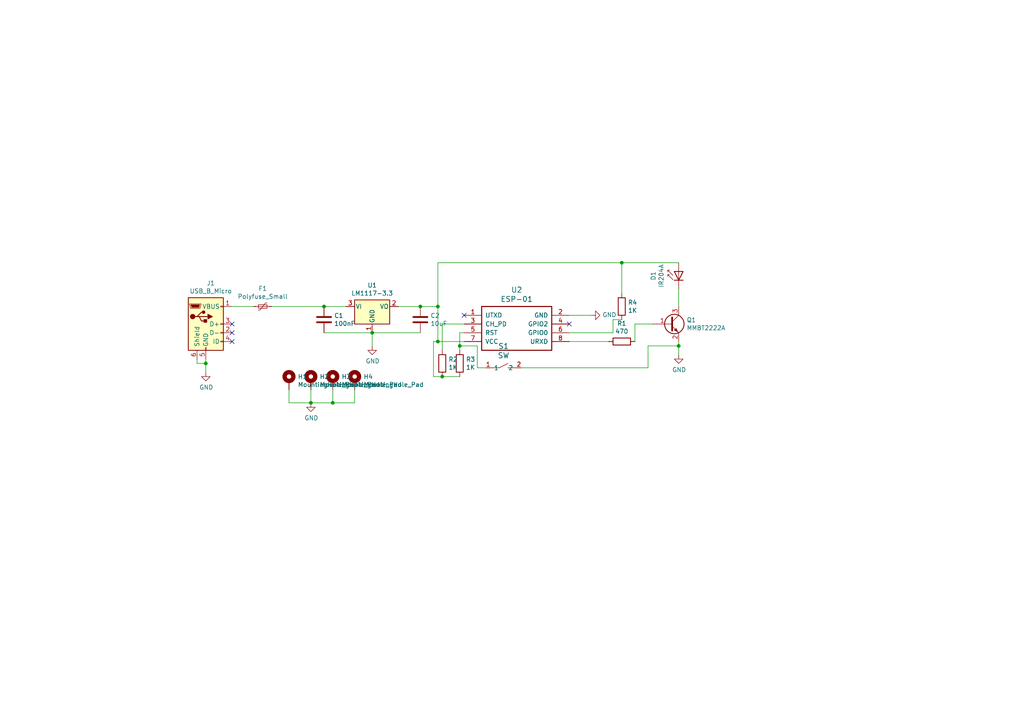
<source format=kicad_sch>
(kicad_sch (version 20211123) (generator eeschema)

  (uuid 635c0369-240a-4ab3-8029-f2457f2dc033)

  (paper "A4")

  (lib_symbols
    (symbol "Device:C" (pin_numbers hide) (pin_names (offset 0.254)) (in_bom yes) (on_board yes)
      (property "Reference" "C" (id 0) (at 0.635 2.54 0)
        (effects (font (size 1.27 1.27)) (justify left))
      )
      (property "Value" "C" (id 1) (at 0.635 -2.54 0)
        (effects (font (size 1.27 1.27)) (justify left))
      )
      (property "Footprint" "" (id 2) (at 0.9652 -3.81 0)
        (effects (font (size 1.27 1.27)) hide)
      )
      (property "Datasheet" "~" (id 3) (at 0 0 0)
        (effects (font (size 1.27 1.27)) hide)
      )
      (property "ki_keywords" "cap capacitor" (id 4) (at 0 0 0)
        (effects (font (size 1.27 1.27)) hide)
      )
      (property "ki_description" "Unpolarized capacitor" (id 5) (at 0 0 0)
        (effects (font (size 1.27 1.27)) hide)
      )
      (property "ki_fp_filters" "C_*" (id 6) (at 0 0 0)
        (effects (font (size 1.27 1.27)) hide)
      )
      (symbol "C_0_1"
        (polyline
          (pts
            (xy -2.032 -0.762)
            (xy 2.032 -0.762)
          )
          (stroke (width 0.508) (type default) (color 0 0 0 0))
          (fill (type none))
        )
        (polyline
          (pts
            (xy -2.032 0.762)
            (xy 2.032 0.762)
          )
          (stroke (width 0.508) (type default) (color 0 0 0 0))
          (fill (type none))
        )
      )
      (symbol "C_1_1"
        (pin passive line (at 0 3.81 270) (length 2.794)
          (name "~" (effects (font (size 1.27 1.27))))
          (number "1" (effects (font (size 1.27 1.27))))
        )
        (pin passive line (at 0 -3.81 90) (length 2.794)
          (name "~" (effects (font (size 1.27 1.27))))
          (number "2" (effects (font (size 1.27 1.27))))
        )
      )
    )
    (symbol "Device:Polyfuse_Small" (pin_numbers hide) (pin_names (offset 0)) (in_bom yes) (on_board yes)
      (property "Reference" "F" (id 0) (at -1.905 0 90)
        (effects (font (size 1.27 1.27)))
      )
      (property "Value" "Polyfuse_Small" (id 1) (at 1.905 0 90)
        (effects (font (size 1.27 1.27)))
      )
      (property "Footprint" "" (id 2) (at 1.27 -5.08 0)
        (effects (font (size 1.27 1.27)) (justify left) hide)
      )
      (property "Datasheet" "~" (id 3) (at 0 0 0)
        (effects (font (size 1.27 1.27)) hide)
      )
      (property "ki_keywords" "resettable fuse PTC PPTC polyfuse polyswitch" (id 4) (at 0 0 0)
        (effects (font (size 1.27 1.27)) hide)
      )
      (property "ki_description" "Resettable fuse, polymeric positive temperature coefficient, small symbol" (id 5) (at 0 0 0)
        (effects (font (size 1.27 1.27)) hide)
      )
      (property "ki_fp_filters" "*polyfuse* *PTC*" (id 6) (at 0 0 0)
        (effects (font (size 1.27 1.27)) hide)
      )
      (symbol "Polyfuse_Small_0_1"
        (rectangle (start -0.508 1.27) (end 0.508 -1.27)
          (stroke (width 0) (type default) (color 0 0 0 0))
          (fill (type none))
        )
        (polyline
          (pts
            (xy 0 2.54)
            (xy 0 -2.54)
          )
          (stroke (width 0) (type default) (color 0 0 0 0))
          (fill (type none))
        )
        (polyline
          (pts
            (xy -1.016 1.27)
            (xy -1.016 0.762)
            (xy 1.016 -0.762)
            (xy 1.016 -1.27)
          )
          (stroke (width 0) (type default) (color 0 0 0 0))
          (fill (type none))
        )
      )
      (symbol "Polyfuse_Small_1_1"
        (pin passive line (at 0 2.54 270) (length 0.635)
          (name "~" (effects (font (size 1.27 1.27))))
          (number "1" (effects (font (size 1.27 1.27))))
        )
        (pin passive line (at 0 -2.54 90) (length 0.635)
          (name "~" (effects (font (size 1.27 1.27))))
          (number "2" (effects (font (size 1.27 1.27))))
        )
      )
    )
    (symbol "Device:R" (pin_numbers hide) (pin_names (offset 0)) (in_bom yes) (on_board yes)
      (property "Reference" "R" (id 0) (at 2.032 0 90)
        (effects (font (size 1.27 1.27)))
      )
      (property "Value" "R" (id 1) (at 0 0 90)
        (effects (font (size 1.27 1.27)))
      )
      (property "Footprint" "" (id 2) (at -1.778 0 90)
        (effects (font (size 1.27 1.27)) hide)
      )
      (property "Datasheet" "~" (id 3) (at 0 0 0)
        (effects (font (size 1.27 1.27)) hide)
      )
      (property "ki_keywords" "R res resistor" (id 4) (at 0 0 0)
        (effects (font (size 1.27 1.27)) hide)
      )
      (property "ki_description" "Resistor" (id 5) (at 0 0 0)
        (effects (font (size 1.27 1.27)) hide)
      )
      (property "ki_fp_filters" "R_*" (id 6) (at 0 0 0)
        (effects (font (size 1.27 1.27)) hide)
      )
      (symbol "R_0_1"
        (rectangle (start -1.016 -2.54) (end 1.016 2.54)
          (stroke (width 0.254) (type default) (color 0 0 0 0))
          (fill (type none))
        )
      )
      (symbol "R_1_1"
        (pin passive line (at 0 3.81 270) (length 1.27)
          (name "~" (effects (font (size 1.27 1.27))))
          (number "1" (effects (font (size 1.27 1.27))))
        )
        (pin passive line (at 0 -3.81 90) (length 1.27)
          (name "~" (effects (font (size 1.27 1.27))))
          (number "2" (effects (font (size 1.27 1.27))))
        )
      )
    )
    (symbol "LED:IR204A" (pin_numbers hide) (pin_names (offset 1.016) hide) (in_bom yes) (on_board yes)
      (property "Reference" "D" (id 0) (at 0.508 1.778 0)
        (effects (font (size 1.27 1.27)) (justify left))
      )
      (property "Value" "IR204A" (id 1) (at -1.016 -2.794 0)
        (effects (font (size 1.27 1.27)))
      )
      (property "Footprint" "LED_THT:LED_D3.0mm_IRBlack" (id 2) (at 0 4.445 0)
        (effects (font (size 1.27 1.27)) hide)
      )
      (property "Datasheet" "http://www.everlight.com/file/ProductFile/IR204-A.pdf" (id 3) (at -1.27 0 0)
        (effects (font (size 1.27 1.27)) hide)
      )
      (property "ki_keywords" "opto IR LED" (id 4) (at 0 0 0)
        (effects (font (size 1.27 1.27)) hide)
      )
      (property "ki_description" "Infrared LED , 3mm LED package" (id 5) (at 0 0 0)
        (effects (font (size 1.27 1.27)) hide)
      )
      (property "ki_fp_filters" "LED*3.0mm*IRBlack*" (id 6) (at 0 0 0)
        (effects (font (size 1.27 1.27)) hide)
      )
      (symbol "IR204A_0_1"
        (polyline
          (pts
            (xy -2.54 1.27)
            (xy -2.54 -1.27)
          )
          (stroke (width 0.254) (type default) (color 0 0 0 0))
          (fill (type none))
        )
        (polyline
          (pts
            (xy 0 0)
            (xy -2.54 0)
          )
          (stroke (width 0) (type default) (color 0 0 0 0))
          (fill (type none))
        )
        (polyline
          (pts
            (xy 0.381 3.175)
            (xy -0.127 3.175)
          )
          (stroke (width 0) (type default) (color 0 0 0 0))
          (fill (type none))
        )
        (polyline
          (pts
            (xy -1.143 1.651)
            (xy 0.381 3.175)
            (xy 0.381 2.667)
          )
          (stroke (width 0) (type default) (color 0 0 0 0))
          (fill (type none))
        )
        (polyline
          (pts
            (xy 0 1.27)
            (xy -2.54 0)
            (xy 0 -1.27)
            (xy 0 1.27)
          )
          (stroke (width 0.254) (type default) (color 0 0 0 0))
          (fill (type none))
        )
        (polyline
          (pts
            (xy -2.413 1.651)
            (xy -0.889 3.175)
            (xy -0.889 2.667)
            (xy -0.889 3.175)
            (xy -1.397 3.175)
          )
          (stroke (width 0) (type default) (color 0 0 0 0))
          (fill (type none))
        )
      )
      (symbol "IR204A_1_1"
        (pin passive line (at -5.08 0 0) (length 2.54)
          (name "K" (effects (font (size 1.27 1.27))))
          (number "1" (effects (font (size 1.27 1.27))))
        )
        (pin passive line (at 2.54 0 180) (length 2.54)
          (name "A" (effects (font (size 1.27 1.27))))
          (number "2" (effects (font (size 1.27 1.27))))
        )
      )
    )
    (symbol "Mechanical:MountingHole_Pad" (pin_numbers hide) (pin_names (offset 1.016) hide) (in_bom yes) (on_board yes)
      (property "Reference" "H" (id 0) (at 0 6.35 0)
        (effects (font (size 1.27 1.27)))
      )
      (property "Value" "MountingHole_Pad" (id 1) (at 0 4.445 0)
        (effects (font (size 1.27 1.27)))
      )
      (property "Footprint" "" (id 2) (at 0 0 0)
        (effects (font (size 1.27 1.27)) hide)
      )
      (property "Datasheet" "~" (id 3) (at 0 0 0)
        (effects (font (size 1.27 1.27)) hide)
      )
      (property "ki_keywords" "mounting hole" (id 4) (at 0 0 0)
        (effects (font (size 1.27 1.27)) hide)
      )
      (property "ki_description" "Mounting Hole with connection" (id 5) (at 0 0 0)
        (effects (font (size 1.27 1.27)) hide)
      )
      (property "ki_fp_filters" "MountingHole*Pad*" (id 6) (at 0 0 0)
        (effects (font (size 1.27 1.27)) hide)
      )
      (symbol "MountingHole_Pad_0_1"
        (circle (center 0 1.27) (radius 1.27)
          (stroke (width 1.27) (type default) (color 0 0 0 0))
          (fill (type none))
        )
      )
      (symbol "MountingHole_Pad_1_1"
        (pin input line (at 0 -2.54 90) (length 2.54)
          (name "1" (effects (font (size 1.27 1.27))))
          (number "1" (effects (font (size 1.27 1.27))))
        )
      )
    )
    (symbol "Regulator_Linear:LM1117-3.3" (pin_names (offset 0.254)) (in_bom yes) (on_board yes)
      (property "Reference" "U" (id 0) (at -3.81 3.175 0)
        (effects (font (size 1.27 1.27)))
      )
      (property "Value" "LM1117-3.3" (id 1) (at 0 3.175 0)
        (effects (font (size 1.27 1.27)) (justify left))
      )
      (property "Footprint" "" (id 2) (at 0 0 0)
        (effects (font (size 1.27 1.27)) hide)
      )
      (property "Datasheet" "http://www.ti.com/lit/ds/symlink/lm1117.pdf" (id 3) (at 0 0 0)
        (effects (font (size 1.27 1.27)) hide)
      )
      (property "ki_keywords" "linear regulator ldo fixed positive" (id 4) (at 0 0 0)
        (effects (font (size 1.27 1.27)) hide)
      )
      (property "ki_description" "800mA Low-Dropout Linear Regulator, 3.3V fixed output, TO-220/TO-252/TO-263/SOT-223" (id 5) (at 0 0 0)
        (effects (font (size 1.27 1.27)) hide)
      )
      (property "ki_fp_filters" "SOT?223* TO?263* TO?252* TO?220*" (id 6) (at 0 0 0)
        (effects (font (size 1.27 1.27)) hide)
      )
      (symbol "LM1117-3.3_0_1"
        (rectangle (start -5.08 -5.08) (end 5.08 1.905)
          (stroke (width 0.254) (type default) (color 0 0 0 0))
          (fill (type background))
        )
      )
      (symbol "LM1117-3.3_1_1"
        (pin power_in line (at 0 -7.62 90) (length 2.54)
          (name "GND" (effects (font (size 1.27 1.27))))
          (number "1" (effects (font (size 1.27 1.27))))
        )
        (pin power_out line (at 7.62 0 180) (length 2.54)
          (name "VO" (effects (font (size 1.27 1.27))))
          (number "2" (effects (font (size 1.27 1.27))))
        )
        (pin power_in line (at -7.62 0 0) (length 2.54)
          (name "VI" (effects (font (size 1.27 1.27))))
          (number "3" (effects (font (size 1.27 1.27))))
        )
      )
    )
    (symbol "Transistor_BJT:MMBT3904" (pin_names (offset 0) hide) (in_bom yes) (on_board yes)
      (property "Reference" "Q" (id 0) (at 5.08 1.905 0)
        (effects (font (size 1.27 1.27)) (justify left))
      )
      (property "Value" "MMBT3904" (id 1) (at 5.08 0 0)
        (effects (font (size 1.27 1.27)) (justify left))
      )
      (property "Footprint" "Package_TO_SOT_SMD:SOT-23" (id 2) (at 5.08 -1.905 0)
        (effects (font (size 1.27 1.27) italic) (justify left) hide)
      )
      (property "Datasheet" "https://www.onsemi.com/pub/Collateral/2N3903-D.PDF" (id 3) (at 0 0 0)
        (effects (font (size 1.27 1.27)) (justify left) hide)
      )
      (property "ki_keywords" "NPN Transistor" (id 4) (at 0 0 0)
        (effects (font (size 1.27 1.27)) hide)
      )
      (property "ki_description" "0.2A Ic, 40V Vce, Small Signal NPN Transistor, SOT-23" (id 5) (at 0 0 0)
        (effects (font (size 1.27 1.27)) hide)
      )
      (property "ki_fp_filters" "SOT?23*" (id 6) (at 0 0 0)
        (effects (font (size 1.27 1.27)) hide)
      )
      (symbol "MMBT3904_0_1"
        (polyline
          (pts
            (xy 0.635 0.635)
            (xy 2.54 2.54)
          )
          (stroke (width 0) (type default) (color 0 0 0 0))
          (fill (type none))
        )
        (polyline
          (pts
            (xy 0.635 -0.635)
            (xy 2.54 -2.54)
            (xy 2.54 -2.54)
          )
          (stroke (width 0) (type default) (color 0 0 0 0))
          (fill (type none))
        )
        (polyline
          (pts
            (xy 0.635 1.905)
            (xy 0.635 -1.905)
            (xy 0.635 -1.905)
          )
          (stroke (width 0.508) (type default) (color 0 0 0 0))
          (fill (type none))
        )
        (polyline
          (pts
            (xy 1.27 -1.778)
            (xy 1.778 -1.27)
            (xy 2.286 -2.286)
            (xy 1.27 -1.778)
            (xy 1.27 -1.778)
          )
          (stroke (width 0) (type default) (color 0 0 0 0))
          (fill (type outline))
        )
        (circle (center 1.27 0) (radius 2.8194)
          (stroke (width 0.254) (type default) (color 0 0 0 0))
          (fill (type none))
        )
      )
      (symbol "MMBT3904_1_1"
        (pin input line (at -5.08 0 0) (length 5.715)
          (name "B" (effects (font (size 1.27 1.27))))
          (number "1" (effects (font (size 1.27 1.27))))
        )
        (pin passive line (at 2.54 -5.08 90) (length 2.54)
          (name "E" (effects (font (size 1.27 1.27))))
          (number "2" (effects (font (size 1.27 1.27))))
        )
        (pin passive line (at 2.54 5.08 270) (length 2.54)
          (name "C" (effects (font (size 1.27 1.27))))
          (number "3" (effects (font (size 1.27 1.27))))
        )
      )
    )
    (symbol "power:GND" (power) (pin_names (offset 0)) (in_bom yes) (on_board yes)
      (property "Reference" "#PWR" (id 0) (at 0 -6.35 0)
        (effects (font (size 1.27 1.27)) hide)
      )
      (property "Value" "GND" (id 1) (at 0 -3.81 0)
        (effects (font (size 1.27 1.27)))
      )
      (property "Footprint" "" (id 2) (at 0 0 0)
        (effects (font (size 1.27 1.27)) hide)
      )
      (property "Datasheet" "" (id 3) (at 0 0 0)
        (effects (font (size 1.27 1.27)) hide)
      )
      (property "ki_keywords" "power-flag" (id 4) (at 0 0 0)
        (effects (font (size 1.27 1.27)) hide)
      )
      (property "ki_description" "Power symbol creates a global label with name \"GND\" , ground" (id 5) (at 0 0 0)
        (effects (font (size 1.27 1.27)) hide)
      )
      (symbol "GND_0_1"
        (polyline
          (pts
            (xy 0 0)
            (xy 0 -1.27)
            (xy 1.27 -1.27)
            (xy 0 -2.54)
            (xy -1.27 -1.27)
            (xy 0 -1.27)
          )
          (stroke (width 0) (type default) (color 0 0 0 0))
          (fill (type none))
        )
      )
      (symbol "GND_1_1"
        (pin power_in line (at 0 0 270) (length 0) hide
          (name "GND" (effects (font (size 1.27 1.27))))
          (number "1" (effects (font (size 1.27 1.27))))
        )
      )
    )
    (symbol "starlightremote-rescue:ESP-01-espressif-xess" (pin_names (offset 1.016)) (in_bom yes) (on_board yes)
      (property "Reference" "U" (id 0) (at 5.08 6.35 0)
        (effects (font (size 1.524 1.524)) (justify left))
      )
      (property "Value" "ESP-01-espressif-xess" (id 1) (at 5.08 3.81 0)
        (effects (font (size 1.524 1.524)) (justify left))
      )
      (property "Footprint" "" (id 2) (at 0 0 0)
        (effects (font (size 1.27 1.27)) hide)
      )
      (property "Datasheet" "" (id 3) (at 0 0 0)
        (effects (font (size 1.27 1.27)) hide)
      )
      (property "ki_locked" "" (id 4) (at 0 0 0)
        (effects (font (size 1.27 1.27)))
      )
      (symbol "ESP-01-espressif-xess_1_1"
        (rectangle (start 5.08 2.54) (end 25.4 -10.16)
          (stroke (width 0.3048) (type default) (color 0 0 0 0))
          (fill (type none))
        )
        (pin output line (at 0 0 0) (length 5.08)
          (name "UTXD" (effects (font (size 1.27 1.27))))
          (number "1" (effects (font (size 1.27 1.27))))
        )
        (pin power_in line (at 30.48 0 180) (length 5.08)
          (name "GND" (effects (font (size 1.27 1.27))))
          (number "2" (effects (font (size 1.27 1.27))))
        )
        (pin input line (at 0 -2.54 0) (length 5.08)
          (name "CH_PD" (effects (font (size 1.27 1.27))))
          (number "3" (effects (font (size 1.27 1.27))))
        )
        (pin tri_state line (at 30.48 -2.54 180) (length 5.08)
          (name "GPIO2" (effects (font (size 1.27 1.27))))
          (number "4" (effects (font (size 1.27 1.27))))
        )
        (pin input line (at 0 -5.08 0) (length 5.08)
          (name "RST" (effects (font (size 1.27 1.27))))
          (number "5" (effects (font (size 1.27 1.27))))
        )
        (pin tri_state line (at 30.48 -5.08 180) (length 5.08)
          (name "GPIO0" (effects (font (size 1.27 1.27))))
          (number "6" (effects (font (size 1.27 1.27))))
        )
        (pin power_in line (at 0 -7.62 0) (length 5.08)
          (name "VCC" (effects (font (size 1.27 1.27))))
          (number "7" (effects (font (size 1.27 1.27))))
        )
        (pin input line (at 30.48 -7.62 180) (length 5.08)
          (name "URXD" (effects (font (size 1.27 1.27))))
          (number "8" (effects (font (size 1.27 1.27))))
        )
      )
    )
    (symbol "starlightremote-rescue:SW-K-Type" (pin_names (offset 1.016)) (in_bom yes) (on_board yes)
      (property "Reference" "S" (id 0) (at 0 2.54 0)
        (effects (font (size 1.524 1.524)))
      )
      (property "Value" "SW-K-Type" (id 1) (at 0 -1.27 0)
        (effects (font (size 1.524 1.524)))
      )
      (property "Footprint" "" (id 2) (at 0 0 0)
        (effects (font (size 1.524 1.524)))
      )
      (property "Datasheet" "" (id 3) (at 0 0 0)
        (effects (font (size 1.524 1.524)))
      )
      (symbol "SW-K-Type_0_1"
        (polyline
          (pts
            (xy 2.54 0)
            (xy 1.27 0)
          )
          (stroke (width 0) (type default) (color 0 0 0 0))
          (fill (type none))
        )
        (polyline
          (pts
            (xy 3.81 0)
            (xy 2.54 0)
          )
          (stroke (width 0) (type default) (color 0 0 0 0))
          (fill (type none))
        )
        (polyline
          (pts
            (xy 1.27 1.27)
            (xy -1.27 0)
            (xy -3.81 0)
          )
          (stroke (width 0) (type default) (color 0 0 0 0))
          (fill (type none))
        )
      )
      (symbol "SW-K-Type_1_1"
        (pin bidirectional line (at -5.08 0 0) (length 1.27)
          (name "1" (effects (font (size 1.27 1.27))))
          (number "1" (effects (font (size 1.27 1.27))))
        )
        (pin bidirectional line (at 5.08 0 180) (length 1.27)
          (name "2" (effects (font (size 1.27 1.27))))
          (number "2" (effects (font (size 1.27 1.27))))
        )
      )
    )
    (symbol "starlightremote-rescue:USB_B_Micro-Connector" (pin_names (offset 1.016)) (in_bom yes) (on_board yes)
      (property "Reference" "J" (id 0) (at -5.08 11.43 0)
        (effects (font (size 1.27 1.27)) (justify left))
      )
      (property "Value" "USB_B_Micro-Connector" (id 1) (at -5.08 8.89 0)
        (effects (font (size 1.27 1.27)) (justify left))
      )
      (property "Footprint" "" (id 2) (at 3.81 -1.27 0)
        (effects (font (size 1.27 1.27)) hide)
      )
      (property "Datasheet" "" (id 3) (at 3.81 -1.27 0)
        (effects (font (size 1.27 1.27)) hide)
      )
      (property "ki_fp_filters" "USB*" (id 4) (at 0 0 0)
        (effects (font (size 1.27 1.27)) hide)
      )
      (symbol "USB_B_Micro-Connector_0_1"
        (rectangle (start -5.08 -7.62) (end 5.08 7.62)
          (stroke (width 0.254) (type default) (color 0 0 0 0))
          (fill (type background))
        )
        (circle (center -3.81 2.159) (radius 0.635)
          (stroke (width 0.254) (type default) (color 0 0 0 0))
          (fill (type outline))
        )
        (circle (center -0.635 3.429) (radius 0.381)
          (stroke (width 0.254) (type default) (color 0 0 0 0))
          (fill (type outline))
        )
        (rectangle (start -0.127 -7.62) (end 0.127 -6.858)
          (stroke (width 0) (type default) (color 0 0 0 0))
          (fill (type none))
        )
        (polyline
          (pts
            (xy -1.905 2.159)
            (xy 0.635 2.159)
          )
          (stroke (width 0.254) (type default) (color 0 0 0 0))
          (fill (type none))
        )
        (polyline
          (pts
            (xy -3.175 2.159)
            (xy -2.54 2.159)
            (xy -1.27 3.429)
            (xy -0.635 3.429)
          )
          (stroke (width 0.254) (type default) (color 0 0 0 0))
          (fill (type none))
        )
        (polyline
          (pts
            (xy -2.54 2.159)
            (xy -1.905 2.159)
            (xy -1.27 0.889)
            (xy 0 0.889)
          )
          (stroke (width 0.254) (type default) (color 0 0 0 0))
          (fill (type none))
        )
        (polyline
          (pts
            (xy 0.635 2.794)
            (xy 0.635 1.524)
            (xy 1.905 2.159)
            (xy 0.635 2.794)
          )
          (stroke (width 0.254) (type default) (color 0 0 0 0))
          (fill (type outline))
        )
        (polyline
          (pts
            (xy -4.318 5.588)
            (xy -1.778 5.588)
            (xy -2.032 4.826)
            (xy -4.064 4.826)
            (xy -4.318 5.588)
          )
          (stroke (width 0) (type default) (color 0 0 0 0))
          (fill (type outline))
        )
        (polyline
          (pts
            (xy -4.699 5.842)
            (xy -4.699 5.588)
            (xy -4.445 4.826)
            (xy -4.445 4.572)
            (xy -1.651 4.572)
            (xy -1.651 4.826)
            (xy -1.397 5.588)
            (xy -1.397 5.842)
            (xy -4.699 5.842)
          )
          (stroke (width 0) (type default) (color 0 0 0 0))
          (fill (type none))
        )
        (rectangle (start 0.254 1.27) (end -0.508 0.508)
          (stroke (width 0.254) (type default) (color 0 0 0 0))
          (fill (type outline))
        )
        (rectangle (start 5.08 -5.207) (end 4.318 -4.953)
          (stroke (width 0) (type default) (color 0 0 0 0))
          (fill (type none))
        )
        (rectangle (start 5.08 -2.667) (end 4.318 -2.413)
          (stroke (width 0) (type default) (color 0 0 0 0))
          (fill (type none))
        )
        (rectangle (start 5.08 -0.127) (end 4.318 0.127)
          (stroke (width 0) (type default) (color 0 0 0 0))
          (fill (type none))
        )
        (rectangle (start 5.08 4.953) (end 4.318 5.207)
          (stroke (width 0) (type default) (color 0 0 0 0))
          (fill (type none))
        )
      )
      (symbol "USB_B_Micro-Connector_1_1"
        (pin power_out line (at 7.62 5.08 180) (length 2.54)
          (name "VBUS" (effects (font (size 1.27 1.27))))
          (number "1" (effects (font (size 1.27 1.27))))
        )
        (pin passive line (at 7.62 -2.54 180) (length 2.54)
          (name "D-" (effects (font (size 1.27 1.27))))
          (number "2" (effects (font (size 1.27 1.27))))
        )
        (pin passive line (at 7.62 0 180) (length 2.54)
          (name "D+" (effects (font (size 1.27 1.27))))
          (number "3" (effects (font (size 1.27 1.27))))
        )
        (pin passive line (at 7.62 -5.08 180) (length 2.54)
          (name "ID" (effects (font (size 1.27 1.27))))
          (number "4" (effects (font (size 1.27 1.27))))
        )
        (pin power_out line (at 0 -10.16 90) (length 2.54)
          (name "GND" (effects (font (size 1.27 1.27))))
          (number "5" (effects (font (size 1.27 1.27))))
        )
        (pin passive line (at -2.54 -10.16 90) (length 2.54)
          (name "Shield" (effects (font (size 1.27 1.27))))
          (number "6" (effects (font (size 1.27 1.27))))
        )
      )
    )
  )


  (junction (at 133.35 100.33) (diameter 0) (color 0 0 0 0)
    (uuid 10a8076f-db02-4223-b580-3dcaec066b78)
  )
  (junction (at 96.52 116.84) (diameter 0) (color 0 0 0 0)
    (uuid 39682d94-40f7-48a8-bca8-891813f7b2bb)
  )
  (junction (at 127 88.9) (diameter 0) (color 0 0 0 0)
    (uuid 4457a1ab-bf0d-4479-9524-6a340d82cebb)
  )
  (junction (at 196.85 100.33) (diameter 0) (color 0 0 0 0)
    (uuid 485b160e-39b1-4371-9269-74ecbd77df67)
  )
  (junction (at 121.92 88.9) (diameter 0) (color 0 0 0 0)
    (uuid 708f9f20-9dfd-4024-9475-64e3ec06cf45)
  )
  (junction (at 180.34 76.2) (diameter 0) (color 0 0 0 0)
    (uuid 78d25976-c975-4597-8a0b-d68596ee5824)
  )
  (junction (at 107.95 96.52) (diameter 0) (color 0 0 0 0)
    (uuid 9aa8ea82-6a99-43d0-a7a3-dfdcbe460365)
  )
  (junction (at 128.27 109.22) (diameter 0) (color 0 0 0 0)
    (uuid a5a65a1e-74fc-427e-a7d7-419d481c055c)
  )
  (junction (at 127 99.06) (diameter 0) (color 0 0 0 0)
    (uuid cd4f46a7-263e-433d-a9f0-5721308705c3)
  )
  (junction (at 90.17 116.84) (diameter 0) (color 0 0 0 0)
    (uuid ce45d21f-ffac-4271-a0cd-ee1d70622e48)
  )
  (junction (at 93.98 88.9) (diameter 0) (color 0 0 0 0)
    (uuid d8a4e46b-baec-4bab-b3d5-1f68a1c313ef)
  )
  (junction (at 59.69 105.41) (diameter 0) (color 0 0 0 0)
    (uuid e4b1b738-97de-46d6-b788-f34c5d90da75)
  )

  (no_connect (at 134.62 91.44) (uuid 362e82f8-7a14-4049-8b3a-dbecb87ed591))
  (no_connect (at 67.31 93.98) (uuid 7a9a3f52-a801-4861-b0f4-fbdd209a07af))
  (no_connect (at 165.1 93.98) (uuid e4aa79dd-e135-427c-a7e8-ff5d08af3228))
  (no_connect (at 67.31 96.52) (uuid ec55cb73-1fe3-4bd0-bdd7-ad826938f5e8))
  (no_connect (at 67.31 99.06) (uuid f94cb7c1-6645-4baf-ab97-94536873a0ec))

  (wire (pts (xy 165.1 96.52) (xy 177.8 96.52))
    (stroke (width 0) (type default) (color 0 0 0 0))
    (uuid 08618890-44ee-427f-bd7e-6bddf3168aa8)
  )
  (wire (pts (xy 121.92 88.9) (xy 127 88.9))
    (stroke (width 0) (type default) (color 0 0 0 0))
    (uuid 11926928-b17a-4ca8-8d03-bca978535ee2)
  )
  (wire (pts (xy 102.87 113.03) (xy 102.87 116.84))
    (stroke (width 0) (type default) (color 0 0 0 0))
    (uuid 138a3e6c-7b15-4c30-830b-32a1e3170561)
  )
  (wire (pts (xy 93.98 88.9) (xy 100.33 88.9))
    (stroke (width 0) (type default) (color 0 0 0 0))
    (uuid 15894f24-fcdd-4107-ba13-36c2ba8ab6ec)
  )
  (wire (pts (xy 133.35 96.52) (xy 134.62 96.52))
    (stroke (width 0) (type default) (color 0 0 0 0))
    (uuid 1cc68dec-d20a-4113-9b8c-310e99bded85)
  )
  (wire (pts (xy 133.35 101.6) (xy 133.35 100.33))
    (stroke (width 0) (type default) (color 0 0 0 0))
    (uuid 2bfeef3c-6910-4636-b3ee-76598828a5e1)
  )
  (wire (pts (xy 90.17 113.03) (xy 90.17 116.84))
    (stroke (width 0) (type default) (color 0 0 0 0))
    (uuid 37cd4c0d-22af-4e74-a457-cb31405fd1fd)
  )
  (wire (pts (xy 133.35 100.33) (xy 138.43 100.33))
    (stroke (width 0) (type default) (color 0 0 0 0))
    (uuid 38c12008-b52c-4d72-8779-b65f21d684e0)
  )
  (wire (pts (xy 184.15 93.98) (xy 184.15 99.06))
    (stroke (width 0) (type default) (color 0 0 0 0))
    (uuid 42382c4e-0eb9-4690-bf4c-1693ebb95684)
  )
  (wire (pts (xy 184.15 93.98) (xy 189.23 93.98))
    (stroke (width 0) (type default) (color 0 0 0 0))
    (uuid 4bf9863b-c685-4b57-b771-33ede0c28697)
  )
  (wire (pts (xy 187.96 106.68) (xy 187.96 100.33))
    (stroke (width 0) (type default) (color 0 0 0 0))
    (uuid 4d0784ca-e236-4875-9d92-632e7f5bd076)
  )
  (wire (pts (xy 96.52 116.84) (xy 90.17 116.84))
    (stroke (width 0) (type default) (color 0 0 0 0))
    (uuid 5598702c-e909-4a2d-ad45-3e8e8235b634)
  )
  (wire (pts (xy 196.85 99.06) (xy 196.85 100.33))
    (stroke (width 0) (type default) (color 0 0 0 0))
    (uuid 5ad65a69-8c4f-44c4-ae83-a68325b33ca2)
  )
  (wire (pts (xy 177.8 92.71) (xy 180.34 92.71))
    (stroke (width 0) (type default) (color 0 0 0 0))
    (uuid 5c04cad0-3971-44b5-a19e-bcd4f71d7681)
  )
  (wire (pts (xy 128.27 109.22) (xy 133.35 109.22))
    (stroke (width 0) (type default) (color 0 0 0 0))
    (uuid 5dabdac9-0b2b-40d2-bbad-8d2f18154ba4)
  )
  (wire (pts (xy 59.69 104.14) (xy 59.69 105.41))
    (stroke (width 0) (type default) (color 0 0 0 0))
    (uuid 604ad548-2d15-4014-bd97-4b28eba67612)
  )
  (wire (pts (xy 187.96 100.33) (xy 196.85 100.33))
    (stroke (width 0) (type default) (color 0 0 0 0))
    (uuid 69e9d058-eede-4d8a-9a74-a27a790269da)
  )
  (wire (pts (xy 177.8 96.52) (xy 177.8 92.71))
    (stroke (width 0) (type default) (color 0 0 0 0))
    (uuid 6bf1b4be-05f5-4714-adb1-d74556377d22)
  )
  (wire (pts (xy 57.15 104.14) (xy 57.15 105.41))
    (stroke (width 0) (type default) (color 0 0 0 0))
    (uuid 70f9ebdc-6b3e-47ca-9eb8-029e69b68b6e)
  )
  (wire (pts (xy 125.73 99.06) (xy 125.73 109.22))
    (stroke (width 0) (type default) (color 0 0 0 0))
    (uuid 78ddbaf4-398a-4fe6-a126-517eb70e9f92)
  )
  (wire (pts (xy 180.34 76.2) (xy 196.85 76.2))
    (stroke (width 0) (type default) (color 0 0 0 0))
    (uuid 793039b6-9c86-4563-a687-289f5b7dcf3f)
  )
  (wire (pts (xy 107.95 96.52) (xy 107.95 100.33))
    (stroke (width 0) (type default) (color 0 0 0 0))
    (uuid 7a38c8cb-b208-4d3c-b4d2-c5e0324580f5)
  )
  (wire (pts (xy 57.15 105.41) (xy 59.69 105.41))
    (stroke (width 0) (type default) (color 0 0 0 0))
    (uuid 7cde1a1a-9442-43f0-aa93-95d868f88948)
  )
  (wire (pts (xy 128.27 101.6) (xy 128.27 93.98))
    (stroke (width 0) (type default) (color 0 0 0 0))
    (uuid 812455ce-2471-408a-929b-0bc374873e90)
  )
  (wire (pts (xy 78.74 88.9) (xy 93.98 88.9))
    (stroke (width 0) (type default) (color 0 0 0 0))
    (uuid 825ea5ba-a970-4968-ab22-ca74d17f6c89)
  )
  (wire (pts (xy 115.57 88.9) (xy 121.92 88.9))
    (stroke (width 0) (type default) (color 0 0 0 0))
    (uuid 8b58b7be-875a-4f80-9459-b61ff6d923bd)
  )
  (wire (pts (xy 83.82 116.84) (xy 90.17 116.84))
    (stroke (width 0) (type default) (color 0 0 0 0))
    (uuid 9375249c-26bb-47c6-927b-422e59b2b78d)
  )
  (wire (pts (xy 138.43 106.68) (xy 140.97 106.68))
    (stroke (width 0) (type default) (color 0 0 0 0))
    (uuid 9381e07a-95f4-4246-b72c-85eef9609cb2)
  )
  (wire (pts (xy 125.73 109.22) (xy 128.27 109.22))
    (stroke (width 0) (type default) (color 0 0 0 0))
    (uuid 9721b863-b6cb-4cfc-9641-9170f9deed71)
  )
  (wire (pts (xy 180.34 76.2) (xy 180.34 85.09))
    (stroke (width 0) (type default) (color 0 0 0 0))
    (uuid 97351bac-3944-4ee2-a6b5-1a99f43d2a4a)
  )
  (wire (pts (xy 196.85 83.82) (xy 196.85 88.9))
    (stroke (width 0) (type default) (color 0 0 0 0))
    (uuid 974a3838-a194-44b0-b68c-6c1245c63512)
  )
  (wire (pts (xy 67.31 88.9) (xy 73.66 88.9))
    (stroke (width 0) (type default) (color 0 0 0 0))
    (uuid 9a8feb26-007a-4342-9fbb-85b829028030)
  )
  (wire (pts (xy 59.69 105.41) (xy 59.69 107.95))
    (stroke (width 0) (type default) (color 0 0 0 0))
    (uuid 9d9c1a1b-95ac-4bc0-b0c5-d7603ab917ee)
  )
  (wire (pts (xy 107.95 96.52) (xy 93.98 96.52))
    (stroke (width 0) (type default) (color 0 0 0 0))
    (uuid a0186552-38b8-438d-b327-dd490934ed35)
  )
  (wire (pts (xy 165.1 99.06) (xy 176.53 99.06))
    (stroke (width 0) (type default) (color 0 0 0 0))
    (uuid ae6aae6e-6570-430e-8217-aded4566c879)
  )
  (wire (pts (xy 127 76.2) (xy 180.34 76.2))
    (stroke (width 0) (type default) (color 0 0 0 0))
    (uuid b941ca0e-5ba4-4ccc-bc93-ae3e10b2b61e)
  )
  (wire (pts (xy 133.35 100.33) (xy 133.35 96.52))
    (stroke (width 0) (type default) (color 0 0 0 0))
    (uuid bff2019c-c1f1-4cd3-994f-f994e7a008b3)
  )
  (wire (pts (xy 127 99.06) (xy 134.62 99.06))
    (stroke (width 0) (type default) (color 0 0 0 0))
    (uuid c0aeadb6-23cd-49d0-9f66-548493871d08)
  )
  (wire (pts (xy 107.95 96.52) (xy 121.92 96.52))
    (stroke (width 0) (type default) (color 0 0 0 0))
    (uuid c0ba6a46-dd69-4912-8795-8a412a91a2fd)
  )
  (wire (pts (xy 151.13 106.68) (xy 187.96 106.68))
    (stroke (width 0) (type default) (color 0 0 0 0))
    (uuid c1fe337b-810c-444b-b0c5-d50bb90faa10)
  )
  (wire (pts (xy 127 88.9) (xy 127 99.06))
    (stroke (width 0) (type default) (color 0 0 0 0))
    (uuid c872a2fb-01a5-4fbe-9d1b-4bc53629aca5)
  )
  (wire (pts (xy 128.27 93.98) (xy 134.62 93.98))
    (stroke (width 0) (type default) (color 0 0 0 0))
    (uuid d0f9bf70-fdd8-4304-8b51-393088fb40b4)
  )
  (wire (pts (xy 196.85 100.33) (xy 196.85 102.87))
    (stroke (width 0) (type default) (color 0 0 0 0))
    (uuid d95ececb-ab99-40c9-9644-f327df8a3cb4)
  )
  (wire (pts (xy 138.43 100.33) (xy 138.43 106.68))
    (stroke (width 0) (type default) (color 0 0 0 0))
    (uuid e001d550-9af1-4725-9323-f1f738cb7cdf)
  )
  (wire (pts (xy 165.1 91.44) (xy 171.45 91.44))
    (stroke (width 0) (type default) (color 0 0 0 0))
    (uuid e1724a70-31ab-463d-a847-b6b1680d8abc)
  )
  (wire (pts (xy 127 99.06) (xy 125.73 99.06))
    (stroke (width 0) (type default) (color 0 0 0 0))
    (uuid eb1bf65b-f22f-44b0-9da3-960811672271)
  )
  (wire (pts (xy 127 88.9) (xy 127 76.2))
    (stroke (width 0) (type default) (color 0 0 0 0))
    (uuid ec85774f-32ea-45ab-a59d-b5b2e1bbd0d7)
  )
  (wire (pts (xy 102.87 116.84) (xy 96.52 116.84))
    (stroke (width 0) (type default) (color 0 0 0 0))
    (uuid ecc3e73b-12f4-4e12-9a0a-c343d7b5642c)
  )
  (wire (pts (xy 96.52 113.03) (xy 96.52 116.84))
    (stroke (width 0) (type default) (color 0 0 0 0))
    (uuid f7dd2918-62ff-4997-bd9d-b6b692f2a508)
  )
  (wire (pts (xy 83.82 113.03) (xy 83.82 116.84))
    (stroke (width 0) (type default) (color 0 0 0 0))
    (uuid fe47845a-482f-4c1f-8f4d-0a50c27c997b)
  )

  (symbol (lib_id "starlightremote-rescue:ESP-01-espressif-xess") (at 134.62 91.44 0) (unit 1)
    (in_bom yes) (on_board yes)
    (uuid 00000000-0000-0000-0000-000062ff3334)
    (property "Reference" "U2" (id 0) (at 149.86 84.074 0)
      (effects (font (size 1.524 1.524)))
    )
    (property "Value" "ESP-01" (id 1) (at 149.86 86.7664 0)
      (effects (font (size 1.524 1.524)))
    )
    (property "Footprint" "ESP:ESP-01" (id 2) (at 134.62 91.44 0)
      (effects (font (size 1.27 1.27)) hide)
    )
    (property "Datasheet" "http://l0l.org.uk/2014/12/esp8266-modules-hardware-guide-gotta-catch-em-all/" (id 3) (at 134.62 91.44 0)
      (effects (font (size 1.27 1.27)) hide)
    )
    (pin "1" (uuid b6059bfd-7eda-4fb5-a214-d0bf6c77bba9))
    (pin "2" (uuid 42d2342b-e7a7-4c4d-b926-9f5fe157c08c))
    (pin "3" (uuid 821a5280-9e89-4d7b-a14e-63ad8626ca17))
    (pin "4" (uuid 5966ed79-9788-4655-aa36-8cb4dbc90fbf))
    (pin "5" (uuid fcfa288e-993c-4513-be02-88e21154ea30))
    (pin "6" (uuid 2698b1c2-9cfa-41dd-8d98-a3db87f90c56))
    (pin "7" (uuid fe503c3a-8ef4-40bc-becf-d5039b53355d))
    (pin "8" (uuid e7a6389d-6e53-4f91-9b74-bb29f4386e95))
  )

  (symbol (lib_id "starlightremote-rescue:USB_B_Micro-Connector") (at 59.69 93.98 0) (unit 1)
    (in_bom yes) (on_board yes)
    (uuid 00000000-0000-0000-0000-000062ff48f1)
    (property "Reference" "J1" (id 0) (at 61.1378 82.1182 0))
    (property "Value" "USB_B_Micro" (id 1) (at 61.1378 84.4296 0))
    (property "Footprint" "Connector_USB:USB_Micro-B_Wuerth_629105150521" (id 2) (at 63.5 95.25 0)
      (effects (font (size 1.27 1.27)) hide)
    )
    (property "Datasheet" "~" (id 3) (at 63.5 95.25 0)
      (effects (font (size 1.27 1.27)) hide)
    )
    (pin "1" (uuid 8b5d7c39-32f9-4e8d-a16d-2c5d217bdcfb))
    (pin "2" (uuid b7210e11-513c-42b6-8b25-2ea0e6824853))
    (pin "3" (uuid 60b63b0b-ca39-4b89-aad9-48ac5bde346c))
    (pin "4" (uuid 3f998529-d299-4fbb-a693-a9400e3d4b0b))
    (pin "5" (uuid 483e3cdb-b55d-4bc5-962f-bd5485341ef7))
    (pin "6" (uuid 085e8280-743e-44e1-b497-afd5f04b4626))
  )

  (symbol (lib_id "Regulator_Linear:LM1117-3.3") (at 107.95 88.9 0) (unit 1)
    (in_bom yes) (on_board yes)
    (uuid 00000000-0000-0000-0000-000062ff6325)
    (property "Reference" "U1" (id 0) (at 107.95 82.7532 0))
    (property "Value" "LM1117-3.3" (id 1) (at 107.95 85.0646 0))
    (property "Footprint" "Package_TO_SOT_SMD:SOT-223-3_TabPin2" (id 2) (at 107.95 88.9 0)
      (effects (font (size 1.27 1.27)) hide)
    )
    (property "Datasheet" "http://www.ti.com/lit/ds/symlink/lm1117.pdf" (id 3) (at 107.95 88.9 0)
      (effects (font (size 1.27 1.27)) hide)
    )
    (pin "1" (uuid 44204caf-d430-4bd2-8e08-f0a96ccf194b))
    (pin "2" (uuid 12551867-daaf-45c1-9cb1-54428e027277))
    (pin "3" (uuid 0d6b7ae3-35ec-4902-820c-bfae838681e2))
  )

  (symbol (lib_id "Device:C") (at 93.98 92.71 0) (unit 1)
    (in_bom yes) (on_board yes)
    (uuid 00000000-0000-0000-0000-000062ff7ac8)
    (property "Reference" "C1" (id 0) (at 96.901 91.5416 0)
      (effects (font (size 1.27 1.27)) (justify left))
    )
    (property "Value" "100nF" (id 1) (at 96.901 93.853 0)
      (effects (font (size 1.27 1.27)) (justify left))
    )
    (property "Footprint" "Capacitor_SMD:C_1206_3216Metric_Pad1.33x1.80mm_HandSolder" (id 2) (at 94.9452 96.52 0)
      (effects (font (size 1.27 1.27)) hide)
    )
    (property "Datasheet" "~" (id 3) (at 93.98 92.71 0)
      (effects (font (size 1.27 1.27)) hide)
    )
    (pin "1" (uuid 57e44af7-cfa3-45fe-bb27-1860a972b345))
    (pin "2" (uuid d7ac7658-4f12-4d9f-837b-795fff874e01))
  )

  (symbol (lib_id "Device:C") (at 121.92 92.71 0) (unit 1)
    (in_bom yes) (on_board yes)
    (uuid 00000000-0000-0000-0000-000062ff8a7e)
    (property "Reference" "C2" (id 0) (at 124.841 91.5416 0)
      (effects (font (size 1.27 1.27)) (justify left))
    )
    (property "Value" "10uF" (id 1) (at 124.841 93.853 0)
      (effects (font (size 1.27 1.27)) (justify left))
    )
    (property "Footprint" "Capacitor_SMD:CP_Elec_5x5.4" (id 2) (at 122.8852 96.52 0)
      (effects (font (size 1.27 1.27)) hide)
    )
    (property "Datasheet" "~" (id 3) (at 121.92 92.71 0)
      (effects (font (size 1.27 1.27)) hide)
    )
    (pin "1" (uuid ba6718bf-5fbd-45e5-a9ec-1538c2e3565d))
    (pin "2" (uuid 1dff8fc7-8df4-4b55-b6bd-4df5ff3ca535))
  )

  (symbol (lib_id "LED:IR204A") (at 196.85 78.74 90) (unit 1)
    (in_bom yes) (on_board yes)
    (uuid 00000000-0000-0000-0000-000062ff9490)
    (property "Reference" "D1" (id 0) (at 189.484 80.01 0))
    (property "Value" "IR204A" (id 1) (at 191.7954 80.01 0))
    (property "Footprint" "LED_THT:LED_D3.0mm_IRBlack" (id 2) (at 192.405 78.74 0)
      (effects (font (size 1.27 1.27)) hide)
    )
    (property "Datasheet" "http://www.everlight.com/file/ProductFile/IR204-A.pdf" (id 3) (at 196.85 80.01 0)
      (effects (font (size 1.27 1.27)) hide)
    )
    (pin "1" (uuid d5694493-d54b-498d-aa25-d774191c2e74))
    (pin "2" (uuid 5c64b03a-db9a-4053-a59e-83c804d3d6c8))
  )

  (symbol (lib_id "Device:R") (at 180.34 99.06 270) (unit 1)
    (in_bom yes) (on_board yes)
    (uuid 00000000-0000-0000-0000-000062ffb4dd)
    (property "Reference" "R1" (id 0) (at 180.34 93.8022 90))
    (property "Value" "470" (id 1) (at 180.34 96.1136 90))
    (property "Footprint" "Resistor_SMD:R_1206_3216Metric_Pad1.30x1.75mm_HandSolder" (id 2) (at 180.34 97.282 90)
      (effects (font (size 1.27 1.27)) hide)
    )
    (property "Datasheet" "~" (id 3) (at 180.34 99.06 0)
      (effects (font (size 1.27 1.27)) hide)
    )
    (pin "1" (uuid c88cbe76-2b4b-45ef-992f-b1de774c2939))
    (pin "2" (uuid 646821de-0f19-4017-aaa5-7b687f3eb3b5))
  )

  (symbol (lib_id "Device:Polyfuse_Small") (at 76.2 88.9 270) (unit 1)
    (in_bom yes) (on_board yes)
    (uuid 00000000-0000-0000-0000-000062ffcc49)
    (property "Reference" "F1" (id 0) (at 76.2 83.693 90))
    (property "Value" "Polyfuse_Small" (id 1) (at 76.2 86.0044 90))
    (property "Footprint" "Fuse:Fuse_0805_2012Metric_Pad1.15x1.40mm_HandSolder" (id 2) (at 71.12 90.17 0)
      (effects (font (size 1.27 1.27)) (justify left) hide)
    )
    (property "Datasheet" "~" (id 3) (at 76.2 88.9 0)
      (effects (font (size 1.27 1.27)) hide)
    )
    (pin "1" (uuid 94fef191-ba01-4bd6-9284-4bace3cb206e))
    (pin "2" (uuid c6976d25-c3ab-4591-9cd1-2f50a0b95ed8))
  )

  (symbol (lib_id "Transistor_BJT:MMBT3904") (at 194.31 93.98 0) (unit 1)
    (in_bom yes) (on_board yes)
    (uuid 00000000-0000-0000-0000-000062fff03c)
    (property "Reference" "Q1" (id 0) (at 199.136 92.8116 0)
      (effects (font (size 1.27 1.27)) (justify left))
    )
    (property "Value" "MMBT2222A" (id 1) (at 199.136 95.123 0)
      (effects (font (size 1.27 1.27)) (justify left))
    )
    (property "Footprint" "Package_TO_SOT_SMD:SOT-23" (id 2) (at 199.39 95.885 0)
      (effects (font (size 1.27 1.27) italic) (justify left) hide)
    )
    (property "Datasheet" "https://www.onsemi.com/pub/Collateral/2N3903-D.PDF" (id 3) (at 194.31 93.98 0)
      (effects (font (size 1.27 1.27)) (justify left) hide)
    )
    (pin "1" (uuid 2156fa6d-64a7-4cb3-8094-4ff29927bef8))
    (pin "2" (uuid 7cc7e028-87ef-456a-812b-0d6b79423b75))
    (pin "3" (uuid 820499da-2528-4e65-8d06-e6ed2e0140be))
  )

  (symbol (lib_id "power:GND") (at 107.95 100.33 0) (unit 1)
    (in_bom yes) (on_board yes)
    (uuid 00000000-0000-0000-0000-0000630079c7)
    (property "Reference" "#PWR0101" (id 0) (at 107.95 106.68 0)
      (effects (font (size 1.27 1.27)) hide)
    )
    (property "Value" "GND" (id 1) (at 108.077 104.7242 0))
    (property "Footprint" "" (id 2) (at 107.95 100.33 0)
      (effects (font (size 1.27 1.27)) hide)
    )
    (property "Datasheet" "" (id 3) (at 107.95 100.33 0)
      (effects (font (size 1.27 1.27)) hide)
    )
    (pin "1" (uuid 1036648b-f786-44dd-9d4b-30eeb518b5cc))
  )

  (symbol (lib_id "power:GND") (at 59.69 107.95 0) (unit 1)
    (in_bom yes) (on_board yes)
    (uuid 00000000-0000-0000-0000-000063008957)
    (property "Reference" "#PWR0102" (id 0) (at 59.69 114.3 0)
      (effects (font (size 1.27 1.27)) hide)
    )
    (property "Value" "GND" (id 1) (at 59.817 112.3442 0))
    (property "Footprint" "" (id 2) (at 59.69 107.95 0)
      (effects (font (size 1.27 1.27)) hide)
    )
    (property "Datasheet" "" (id 3) (at 59.69 107.95 0)
      (effects (font (size 1.27 1.27)) hide)
    )
    (pin "1" (uuid c8ac5685-1b96-4556-bc64-3dd4b149f4bb))
  )

  (symbol (lib_id "power:GND") (at 171.45 91.44 90) (unit 1)
    (in_bom yes) (on_board yes)
    (uuid 00000000-0000-0000-0000-000063009510)
    (property "Reference" "#PWR0103" (id 0) (at 177.8 91.44 0)
      (effects (font (size 1.27 1.27)) hide)
    )
    (property "Value" "GND" (id 1) (at 174.7012 91.313 90)
      (effects (font (size 1.27 1.27)) (justify right))
    )
    (property "Footprint" "" (id 2) (at 171.45 91.44 0)
      (effects (font (size 1.27 1.27)) hide)
    )
    (property "Datasheet" "" (id 3) (at 171.45 91.44 0)
      (effects (font (size 1.27 1.27)) hide)
    )
    (pin "1" (uuid 1e36d4c5-11bf-4420-89c2-8df6bb11126d))
  )

  (symbol (lib_id "Device:R") (at 133.35 105.41 180) (unit 1)
    (in_bom yes) (on_board yes)
    (uuid 00000000-0000-0000-0000-00006300b7be)
    (property "Reference" "R3" (id 0) (at 135.128 104.2416 0)
      (effects (font (size 1.27 1.27)) (justify right))
    )
    (property "Value" "1K" (id 1) (at 135.128 106.553 0)
      (effects (font (size 1.27 1.27)) (justify right))
    )
    (property "Footprint" "Resistor_SMD:R_1206_3216Metric_Pad1.30x1.75mm_HandSolder" (id 2) (at 135.128 105.41 90)
      (effects (font (size 1.27 1.27)) hide)
    )
    (property "Datasheet" "~" (id 3) (at 133.35 105.41 0)
      (effects (font (size 1.27 1.27)) hide)
    )
    (pin "1" (uuid 67701624-7cb4-4327-9f42-54555e91a01f))
    (pin "2" (uuid e1d3f7f4-96a8-4676-87a2-3811134ad0fd))
  )

  (symbol (lib_id "Device:R") (at 128.27 105.41 180) (unit 1)
    (in_bom yes) (on_board yes)
    (uuid 00000000-0000-0000-0000-00006300c9e5)
    (property "Reference" "R2" (id 0) (at 130.048 104.2416 0)
      (effects (font (size 1.27 1.27)) (justify right))
    )
    (property "Value" "1K" (id 1) (at 130.048 106.553 0)
      (effects (font (size 1.27 1.27)) (justify right))
    )
    (property "Footprint" "Resistor_SMD:R_1206_3216Metric_Pad1.30x1.75mm_HandSolder" (id 2) (at 130.048 105.41 90)
      (effects (font (size 1.27 1.27)) hide)
    )
    (property "Datasheet" "~" (id 3) (at 128.27 105.41 0)
      (effects (font (size 1.27 1.27)) hide)
    )
    (pin "1" (uuid 26035db7-32bf-4dc2-98bf-6edc749926b4))
    (pin "2" (uuid 07374c54-7899-4fe3-8ed4-c4fda2de60aa))
  )

  (symbol (lib_id "power:GND") (at 196.85 102.87 0) (unit 1)
    (in_bom yes) (on_board yes)
    (uuid 00000000-0000-0000-0000-000063014014)
    (property "Reference" "#PWR0104" (id 0) (at 196.85 109.22 0)
      (effects (font (size 1.27 1.27)) hide)
    )
    (property "Value" "GND" (id 1) (at 196.977 107.2642 0))
    (property "Footprint" "" (id 2) (at 196.85 102.87 0)
      (effects (font (size 1.27 1.27)) hide)
    )
    (property "Datasheet" "" (id 3) (at 196.85 102.87 0)
      (effects (font (size 1.27 1.27)) hide)
    )
    (pin "1" (uuid b70a71f1-4843-4142-b6fb-2a9bff9c3674))
  )

  (symbol (lib_id "Mechanical:MountingHole_Pad") (at 83.82 110.49 0) (unit 1)
    (in_bom yes) (on_board yes)
    (uuid 00000000-0000-0000-0000-000063031694)
    (property "Reference" "H1" (id 0) (at 86.36 109.2454 0)
      (effects (font (size 1.27 1.27)) (justify left))
    )
    (property "Value" "MountingHole_Pad" (id 1) (at 86.36 111.5568 0)
      (effects (font (size 1.27 1.27)) (justify left))
    )
    (property "Footprint" "MountingHole:MountingHole_2.2mm_M2_Pad" (id 2) (at 83.82 110.49 0)
      (effects (font (size 1.27 1.27)) hide)
    )
    (property "Datasheet" "~" (id 3) (at 83.82 110.49 0)
      (effects (font (size 1.27 1.27)) hide)
    )
    (pin "1" (uuid 1e410ba2-5a8c-425a-a4c2-2a86941a0867))
  )

  (symbol (lib_id "Mechanical:MountingHole_Pad") (at 90.17 110.49 0) (unit 1)
    (in_bom yes) (on_board yes)
    (uuid 00000000-0000-0000-0000-00006303244c)
    (property "Reference" "H2" (id 0) (at 92.71 109.2454 0)
      (effects (font (size 1.27 1.27)) (justify left))
    )
    (property "Value" "MountingHole_Pad" (id 1) (at 92.71 111.5568 0)
      (effects (font (size 1.27 1.27)) (justify left))
    )
    (property "Footprint" "MountingHole:MountingHole_2.2mm_M2_Pad" (id 2) (at 90.17 110.49 0)
      (effects (font (size 1.27 1.27)) hide)
    )
    (property "Datasheet" "~" (id 3) (at 90.17 110.49 0)
      (effects (font (size 1.27 1.27)) hide)
    )
    (pin "1" (uuid 967ab4b9-3e85-4809-b9f0-223dbf0660ec))
  )

  (symbol (lib_id "Mechanical:MountingHole_Pad") (at 96.52 110.49 0) (unit 1)
    (in_bom yes) (on_board yes)
    (uuid 00000000-0000-0000-0000-000063032a2a)
    (property "Reference" "H3" (id 0) (at 99.06 109.2454 0)
      (effects (font (size 1.27 1.27)) (justify left))
    )
    (property "Value" "MountingHole_Pad" (id 1) (at 99.06 111.5568 0)
      (effects (font (size 1.27 1.27)) (justify left))
    )
    (property "Footprint" "MountingHole:MountingHole_2.2mm_M2_Pad" (id 2) (at 96.52 110.49 0)
      (effects (font (size 1.27 1.27)) hide)
    )
    (property "Datasheet" "~" (id 3) (at 96.52 110.49 0)
      (effects (font (size 1.27 1.27)) hide)
    )
    (pin "1" (uuid 9a907bfb-a12d-4abd-a90b-474bb93e8059))
  )

  (symbol (lib_id "power:GND") (at 90.17 116.84 0) (unit 1)
    (in_bom yes) (on_board yes)
    (uuid 00000000-0000-0000-0000-000063032db9)
    (property "Reference" "#PWR0105" (id 0) (at 90.17 123.19 0)
      (effects (font (size 1.27 1.27)) hide)
    )
    (property "Value" "GND" (id 1) (at 90.297 121.2342 0))
    (property "Footprint" "" (id 2) (at 90.17 116.84 0)
      (effects (font (size 1.27 1.27)) hide)
    )
    (property "Datasheet" "" (id 3) (at 90.17 116.84 0)
      (effects (font (size 1.27 1.27)) hide)
    )
    (pin "1" (uuid b40b4e6d-d9ae-45a0-bebe-234c0e2efc6c))
  )

  (symbol (lib_id "Mechanical:MountingHole_Pad") (at 102.87 110.49 0) (unit 1)
    (in_bom yes) (on_board yes)
    (uuid 00000000-0000-0000-0000-0000630378b3)
    (property "Reference" "H4" (id 0) (at 105.41 109.2454 0)
      (effects (font (size 1.27 1.27)) (justify left))
    )
    (property "Value" "MountingHole_Pad" (id 1) (at 105.41 111.5568 0)
      (effects (font (size 1.27 1.27)) (justify left))
    )
    (property "Footprint" "MountingHole:MountingHole_2.2mm_M2_Pad" (id 2) (at 102.87 110.49 0)
      (effects (font (size 1.27 1.27)) hide)
    )
    (property "Datasheet" "~" (id 3) (at 102.87 110.49 0)
      (effects (font (size 1.27 1.27)) hide)
    )
    (pin "1" (uuid e5cb5afc-e555-4c68-98af-c1be49aa466a))
  )

  (symbol (lib_id "starlightremote-rescue:SW-K-Type") (at 146.05 106.68 0) (unit 1)
    (in_bom yes) (on_board yes)
    (uuid 00000000-0000-0000-0000-0000630490d5)
    (property "Reference" "S1" (id 0) (at 146.05 100.4062 0)
      (effects (font (size 1.524 1.524)))
    )
    (property "Value" "SW" (id 1) (at 146.05 103.0986 0)
      (effects (font (size 1.524 1.524)))
    )
    (property "Footprint" "Button_Switch_SMD:SW_SPST_CK_RS282G05A3" (id 2) (at 146.05 106.68 0)
      (effects (font (size 1.524 1.524)) hide)
    )
    (property "Datasheet" "" (id 3) (at 146.05 106.68 0)
      (effects (font (size 1.524 1.524)))
    )
    (pin "1" (uuid 2d0c3dbb-e765-4646-8db5-d3a6b5bb2874))
    (pin "2" (uuid 19554fa9-caa1-4b16-87a4-74ee04e279ec))
  )

  (symbol (lib_id "Device:R") (at 180.34 88.9 180) (unit 1)
    (in_bom yes) (on_board yes)
    (uuid 79ed2a39-75b3-48cd-a389-0fb25630bbf8)
    (property "Reference" "R4" (id 0) (at 182.118 87.7316 0)
      (effects (font (size 1.27 1.27)) (justify right))
    )
    (property "Value" "1K" (id 1) (at 182.118 90.043 0)
      (effects (font (size 1.27 1.27)) (justify right))
    )
    (property "Footprint" "Resistor_SMD:R_1206_3216Metric_Pad1.30x1.75mm_HandSolder" (id 2) (at 182.118 88.9 90)
      (effects (font (size 1.27 1.27)) hide)
    )
    (property "Datasheet" "~" (id 3) (at 180.34 88.9 0)
      (effects (font (size 1.27 1.27)) hide)
    )
    (pin "1" (uuid 0a4dfb1a-df86-44b6-aba2-62938e9dc347))
    (pin "2" (uuid 3c050d77-3da1-431c-b5c2-dd8cd6638a17))
  )

  (sheet_instances
    (path "/" (page "1"))
  )

  (symbol_instances
    (path "/00000000-0000-0000-0000-0000630079c7"
      (reference "#PWR0101") (unit 1) (value "GND") (footprint "")
    )
    (path "/00000000-0000-0000-0000-000063008957"
      (reference "#PWR0102") (unit 1) (value "GND") (footprint "")
    )
    (path "/00000000-0000-0000-0000-000063009510"
      (reference "#PWR0103") (unit 1) (value "GND") (footprint "")
    )
    (path "/00000000-0000-0000-0000-000063014014"
      (reference "#PWR0104") (unit 1) (value "GND") (footprint "")
    )
    (path "/00000000-0000-0000-0000-000063032db9"
      (reference "#PWR0105") (unit 1) (value "GND") (footprint "")
    )
    (path "/00000000-0000-0000-0000-000062ff7ac8"
      (reference "C1") (unit 1) (value "100nF") (footprint "Capacitor_SMD:C_1206_3216Metric_Pad1.33x1.80mm_HandSolder")
    )
    (path "/00000000-0000-0000-0000-000062ff8a7e"
      (reference "C2") (unit 1) (value "10uF") (footprint "Capacitor_SMD:CP_Elec_5x5.4")
    )
    (path "/00000000-0000-0000-0000-000062ff9490"
      (reference "D1") (unit 1) (value "IR204A") (footprint "LED_THT:LED_D3.0mm_IRBlack")
    )
    (path "/00000000-0000-0000-0000-000062ffcc49"
      (reference "F1") (unit 1) (value "Polyfuse_Small") (footprint "Fuse:Fuse_0805_2012Metric_Pad1.15x1.40mm_HandSolder")
    )
    (path "/00000000-0000-0000-0000-000063031694"
      (reference "H1") (unit 1) (value "MountingHole_Pad") (footprint "MountingHole:MountingHole_2.2mm_M2_Pad")
    )
    (path "/00000000-0000-0000-0000-00006303244c"
      (reference "H2") (unit 1) (value "MountingHole_Pad") (footprint "MountingHole:MountingHole_2.2mm_M2_Pad")
    )
    (path "/00000000-0000-0000-0000-000063032a2a"
      (reference "H3") (unit 1) (value "MountingHole_Pad") (footprint "MountingHole:MountingHole_2.2mm_M2_Pad")
    )
    (path "/00000000-0000-0000-0000-0000630378b3"
      (reference "H4") (unit 1) (value "MountingHole_Pad") (footprint "MountingHole:MountingHole_2.2mm_M2_Pad")
    )
    (path "/00000000-0000-0000-0000-000062ff48f1"
      (reference "J1") (unit 1) (value "USB_B_Micro") (footprint "Connector_USB:USB_Micro-B_Wuerth_629105150521")
    )
    (path "/00000000-0000-0000-0000-000062fff03c"
      (reference "Q1") (unit 1) (value "MMBT2222A") (footprint "Package_TO_SOT_SMD:SOT-23")
    )
    (path "/00000000-0000-0000-0000-000062ffb4dd"
      (reference "R1") (unit 1) (value "470") (footprint "Resistor_SMD:R_1206_3216Metric_Pad1.30x1.75mm_HandSolder")
    )
    (path "/00000000-0000-0000-0000-00006300c9e5"
      (reference "R2") (unit 1) (value "1K") (footprint "Resistor_SMD:R_1206_3216Metric_Pad1.30x1.75mm_HandSolder")
    )
    (path "/00000000-0000-0000-0000-00006300b7be"
      (reference "R3") (unit 1) (value "1K") (footprint "Resistor_SMD:R_1206_3216Metric_Pad1.30x1.75mm_HandSolder")
    )
    (path "/79ed2a39-75b3-48cd-a389-0fb25630bbf8"
      (reference "R4") (unit 1) (value "1K") (footprint "Resistor_SMD:R_1206_3216Metric_Pad1.30x1.75mm_HandSolder")
    )
    (path "/00000000-0000-0000-0000-0000630490d5"
      (reference "S1") (unit 1) (value "SW") (footprint "Button_Switch_SMD:SW_SPST_CK_RS282G05A3")
    )
    (path "/00000000-0000-0000-0000-000062ff6325"
      (reference "U1") (unit 1) (value "LM1117-3.3") (footprint "Package_TO_SOT_SMD:SOT-223-3_TabPin2")
    )
    (path "/00000000-0000-0000-0000-000062ff3334"
      (reference "U2") (unit 1) (value "ESP-01") (footprint "ESP:ESP-01")
    )
  )
)

</source>
